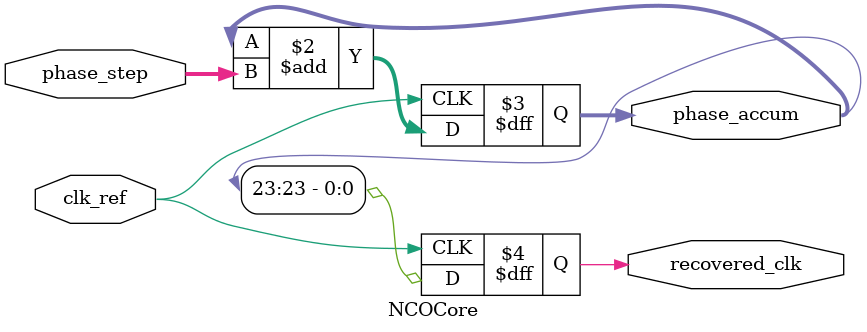
<source format=sv>
module DigitalPLL #(parameter NCO_WIDTH=24) (
    input clk_ref,
    input data_edge,
    output recovered_clk
);

    // Internal signals
    wire [NCO_WIDTH-1:0] phase_accum;
    wire [NCO_WIDTH-1:0] phase_step;
    wire [NCO_WIDTH-1:0] next_phase_step;
    wire phase_step_update;

    // Phase Step Controller: Adjusts phase_step based on data_edge
    PhaseStepController #(.NCO_WIDTH(NCO_WIDTH)) u_phase_step_ctrl (
        .clk_ref(clk_ref),
        .data_edge(data_edge),
        .phase_step_in(phase_step),
        .phase_step_out(next_phase_step),
        .update(phase_step_update)
    );

    // NCO Core: Phase accumulator and recovered clock generation
    NCOCore #(.NCO_WIDTH(NCO_WIDTH)) u_nco_core (
        .clk_ref(clk_ref),
        .phase_step(next_phase_step),
        .phase_accum(phase_accum),
        .recovered_clk(recovered_clk)
    );

    // Phase Step Register: Holds current phase_step value
    PhaseStepReg #(.NCO_WIDTH(NCO_WIDTH)) u_phase_step_reg (
        .clk_ref(clk_ref),
        .phase_step_in(next_phase_step),
        .update(phase_step_update),
        .phase_step_out(phase_step)
    );

endmodule

// -----------------------------------------------------------------------
// PhaseStepController: Adjusts the phase step based on incoming data edges
// Optimized: Single assignment, direct range checking, and no unnecessary chain
// -----------------------------------------------------------------------
module PhaseStepController #(parameter NCO_WIDTH=24) (
    input clk_ref,
    input data_edge,
    input [NCO_WIDTH-1:0] phase_step_in,
    output reg [NCO_WIDTH-1:0] phase_step_out,
    output reg update
);
    always @(posedge clk_ref) begin
        // Efficiently update phase_step and update flag
        {phase_step_out, update} <= data_edge ? {phase_step_in + {{(NCO_WIDTH-1){1'b0}}, 1'b1}, 1'b1} 
                                              : {phase_step_in, 1'b0};
    end
endmodule

// -----------------------------------------------------------------------
// PhaseStepReg: Holds the current phase_step value, updates on 'update'
// Optimized: Direct update with initialization and no unnecessary logic
// -----------------------------------------------------------------------
module PhaseStepReg #(parameter NCO_WIDTH=24) (
    input clk_ref,
    input [NCO_WIDTH-1:0] phase_step_in,
    input update,
    output reg [NCO_WIDTH-1:0] phase_step_out
);
    initial phase_step_out = 24'h100000;
    always @(posedge clk_ref) begin
        if (update)
            phase_step_out <= phase_step_in;
    end
endmodule

// -----------------------------------------------------------------------
// NCOCore: Numerically Controlled Oscillator core
// Optimized: Efficient accumulator and output assignment
// -----------------------------------------------------------------------
module NCOCore #(parameter NCO_WIDTH=24) (
    input clk_ref,
    input [NCO_WIDTH-1:0] phase_step,
    output reg [NCO_WIDTH-1:0] phase_accum,
    output reg recovered_clk
);
    always @(posedge clk_ref) begin
        phase_accum <= phase_accum + phase_step;
        recovered_clk <= phase_accum[NCO_WIDTH-1];
    end
endmodule
</source>
